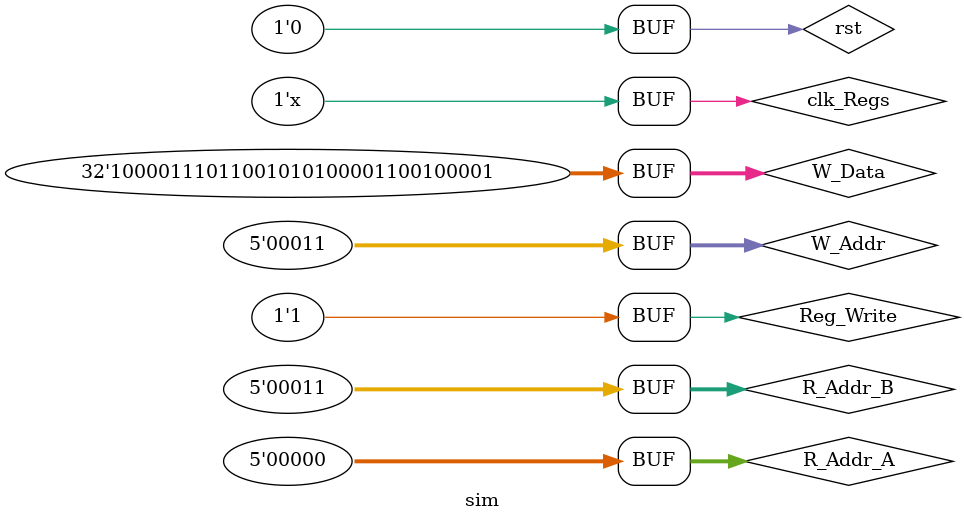
<source format=v>
`timescale 1ns / 1ps

module sim;
  reg rst;
  reg clk_Regs;
  reg Reg_Write;
  reg [4:0] R_Addr_A;
  reg [4:0] R_Addr_B;
  reg [4:0] W_Addr;
  reg [31:0] W_Data;
  wire [31:0] R_Data_A;
  wire [31:0] R_Data_B;


  REG_HEAP uut (
      .rst(rst),
      .clk_Regs(clk_Regs),
      .Reg_Write(Reg_Write),
      .R_Addr_A(R_Addr_A),
      .R_Addr_B(R_Addr_B),
      .W_Addr(W_Addr),
      .W_Data(W_Data),
      .R_Data_A(R_Data_A),
      .R_Data_B(R_Data_B)
  );


  always begin
    #5 clk_Regs = ~clk_Regs;
  end


  //测试数据
  initial begin
    rst = 1;
    clk_Regs = 0;
    Reg_Write = 0;
    R_Addr_A = 0;
    R_Addr_B = 0;
    W_Addr = 0;
    W_Data = 0;

    #5 rst=0;
    
    //读取地址1和地址2处的数据，验证是否为1和2
    #20 R_Addr_A = 1;
    R_Addr_B = 2;


    //验证x0寄存器能否写入数据
    #20 Reg_Write = 1;
    W_Data = 32'h12345678;
    #20 R_Addr_A = 0;


    //验证写入数据功能
    #20 W_Addr = 3;
    W_Data = 32'h87654321;
    #20 R_Addr_B = 3;


    //验证复位功能
    #20 rst = 1;
    #20 rst = 0; // 复位后需要再次将rst设置为0
  end
endmodule
</source>
